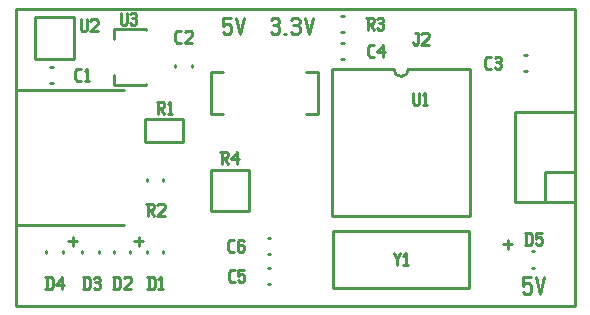
<source format=gbr>
G04 start of page 9 for group -4079 idx -4079 *
G04 Title: (unknown), topsilk *
G04 Creator: pcb 20140316 *
G04 CreationDate: Thu 29 Oct 2015 06:01:01 PM GMT UTC *
G04 For: ndholmes *
G04 Format: Gerber/RS-274X *
G04 PCB-Dimensions (mil): 1875.00 1000.00 *
G04 PCB-Coordinate-Origin: lower left *
%MOIN*%
%FSLAX25Y25*%
%LNTOPSILK*%
%ADD70C,0.0100*%
G54D70*X19500Y23500D02*Y20500D01*
X18000Y22000D02*X21000D01*
X41500Y23500D02*Y20500D01*
X40000Y22000D02*X43000D01*
X500Y500D02*X187000D01*
X164500Y22500D02*Y19500D01*
X163000Y21000D02*X166000D01*
X187000Y500D02*Y99500D01*
X500D01*
Y500D01*
X69500Y96600D02*X72300D01*
X69500D02*Y93800D01*
X70200Y94500D01*
X71600D01*
X72300Y93800D01*
Y91700D01*
X71600Y91000D02*X72300Y91700D01*
X70200Y91000D02*X71600D01*
X69500Y91700D02*X70200Y91000D01*
X73980Y96600D02*X75380Y91000D01*
X76780Y96600D01*
X85500Y95900D02*X86200Y96600D01*
X87600D01*
X88300Y95900D01*
X87600Y91000D02*X88300Y91700D01*
X86200Y91000D02*X87600D01*
X85500Y91700D02*X86200Y91000D01*
Y94080D02*X87600D01*
X88300Y95900D02*Y94780D01*
Y93380D02*Y91700D01*
Y93380D02*X87600Y94080D01*
X88300Y94780D02*X87600Y94080D01*
X89980Y91000D02*X90680D01*
X92360Y95900D02*X93060Y96600D01*
X94460D01*
X95160Y95900D01*
X94460Y91000D02*X95160Y91700D01*
X93060Y91000D02*X94460D01*
X92360Y91700D02*X93060Y91000D01*
Y94080D02*X94460D01*
X95160Y95900D02*Y94780D01*
Y93380D02*Y91700D01*
Y93380D02*X94460Y94080D01*
X95160Y94780D02*X94460Y94080D01*
X96840Y96600D02*X98240Y91000D01*
X99640Y96600D01*
X169500Y10100D02*X172300D01*
X169500D02*Y7300D01*
X170200Y8000D01*
X171600D01*
X172300Y7300D01*
Y5200D01*
X171600Y4500D02*X172300Y5200D01*
X170200Y4500D02*X171600D01*
X169500Y5200D02*X170200Y4500D01*
X173980Y10100D02*X175380Y4500D01*
X176780Y10100D01*
X43701Y62741D02*X56299D01*
Y55259D01*
X43701D01*
Y62741D01*
X65800Y78600D02*Y64400D01*
Y78600D02*X69800D01*
X65800Y64400D02*X69800D01*
X101200Y78600D02*Y64400D01*
Y78600D02*X97200D01*
X101200Y64400D02*X97200D01*
X59255Y80893D02*Y80107D01*
X53745Y80893D02*Y80107D01*
X33271Y74250D02*X43901D01*
X33271Y92750D02*X43901D01*
X33271Y77500D02*Y74250D01*
Y92750D02*Y89500D01*
X43901Y74429D02*Y74250D01*
Y92750D02*Y92571D01*
X7100Y96800D02*Y82900D01*
X19900D01*
Y96800D02*Y82900D01*
X7100Y96800D02*X19900D01*
X12107Y74745D02*X12893D01*
X12107Y80255D02*X12893D01*
X22745Y18893D02*Y18107D01*
X28255Y18893D02*Y18107D01*
X10745Y18893D02*Y18107D01*
X16255Y18893D02*Y18107D01*
X33245Y18893D02*Y18107D01*
X38755Y18893D02*Y18107D01*
X65701Y32110D02*X78299D01*
X65701Y45890D02*Y32110D01*
Y45890D02*X78299D01*
Y32110D01*
X84607Y17745D02*X85393D01*
X84607Y23255D02*X85393D01*
X84607Y7745D02*X85393D01*
X84607Y13255D02*X85393D01*
X44245Y18893D02*Y18107D01*
X49755Y18893D02*Y18107D01*
X44245Y42893D02*Y42107D01*
X49755Y42893D02*Y42107D01*
X500Y72500D02*Y27500D01*
Y72500D02*X36500D01*
X500Y27500D02*X36500D01*
X172607Y13245D02*X173393D01*
X172607Y18755D02*X173393D01*
X187000Y65000D02*Y35000D01*
X167000Y65000D02*X187000D01*
X167000D02*Y35000D01*
X187000D01*
X177000Y45000D02*X187000D01*
X177000D02*Y35000D01*
X170107Y84255D02*X170893D01*
X170107Y78745D02*X170893D01*
X106000Y79500D02*Y30500D01*
X152000D01*
Y79500D01*
X106000D02*X126500D01*
X152000D02*X131500D01*
X126500D02*G75*G03X131500Y79500I2500J0D01*G01*
X106362Y6650D02*X151638D01*
X106362Y25350D02*Y6650D01*
Y25350D02*X151638D01*
Y6650D01*
X109107Y97255D02*X109893D01*
X109107Y91745D02*X109893D01*
X109107Y88255D02*X109893D01*
X109107Y82745D02*X109893D01*
X68676Y51850D02*X70676D01*
X71176Y51350D01*
Y50350D01*
X70676Y49850D02*X71176Y50350D01*
X69176Y49850D02*X70676D01*
X69176Y51850D02*Y47850D01*
X69976Y49850D02*X71176Y47850D01*
X72376Y49350D02*X74376Y51850D01*
X72376Y49350D02*X74876D01*
X74376Y51850D02*Y47850D01*
X47500Y68500D02*X49500D01*
X50000Y68000D01*
Y67000D01*
X49500Y66500D02*X50000Y67000D01*
X48000Y66500D02*X49500D01*
X48000Y68500D02*Y64500D01*
X48800Y66500D02*X50000Y64500D01*
X51200Y67700D02*X52000Y68500D01*
Y64500D01*
X51200D02*X52700D01*
X72050Y18650D02*X73350D01*
X71350Y19350D02*X72050Y18650D01*
X71350Y21950D02*Y19350D01*
Y21950D02*X72050Y22650D01*
X73350D01*
X76050D02*X76550Y22150D01*
X75050Y22650D02*X76050D01*
X74550Y22150D02*X75050Y22650D01*
X74550Y22150D02*Y19150D01*
X75050Y18650D01*
X76050Y20850D02*X76550Y20350D01*
X74550Y20850D02*X76050D01*
X75050Y18650D02*X76050D01*
X76550Y19150D01*
Y20350D02*Y19150D01*
X72269Y8500D02*X73569D01*
X71569Y9200D02*X72269Y8500D01*
X71569Y11800D02*Y9200D01*
Y11800D02*X72269Y12500D01*
X73569D01*
X74769D02*X76769D01*
X74769D02*Y10500D01*
X75269Y11000D01*
X76269D01*
X76769Y10500D01*
Y9000D01*
X76269Y8500D02*X76769Y9000D01*
X75269Y8500D02*X76269D01*
X74769Y9000D02*X75269Y8500D01*
X43983Y34500D02*X45983D01*
X46483Y34000D01*
Y33000D01*
X45983Y32500D02*X46483Y33000D01*
X44483Y32500D02*X45983D01*
X44483Y34500D02*Y30500D01*
X45283Y32500D02*X46483Y30500D01*
X47683Y34000D02*X48183Y34500D01*
X49683D01*
X50183Y34000D01*
Y33000D01*
X47683Y30500D02*X50183Y33000D01*
X47683Y30500D02*X50183D01*
X35492Y98176D02*Y94676D01*
X35992Y94176D01*
X36992D01*
X37492Y94676D01*
Y98176D02*Y94676D01*
X38692Y97676D02*X39192Y98176D01*
X40192D01*
X40692Y97676D01*
X40192Y94176D02*X40692Y94676D01*
X39192Y94176D02*X40192D01*
X38692Y94676D02*X39192Y94176D01*
Y96376D02*X40192D01*
X40692Y97676D02*Y96876D01*
Y95876D02*Y94676D01*
Y95876D02*X40192Y96376D01*
X40692Y96876D02*X40192Y96376D01*
X117350Y96650D02*X119350D01*
X119850Y96150D01*
Y95150D01*
X119350Y94650D02*X119850Y95150D01*
X117850Y94650D02*X119350D01*
X117850Y96650D02*Y92650D01*
X118650Y94650D02*X119850Y92650D01*
X121050Y96150D02*X121550Y96650D01*
X122550D01*
X123050Y96150D01*
X122550Y92650D02*X123050Y93150D01*
X121550Y92650D02*X122550D01*
X121050Y93150D02*X121550Y92650D01*
Y94850D02*X122550D01*
X123050Y96150D02*Y95350D01*
Y94350D02*Y93150D01*
Y94350D02*X122550Y94850D01*
X123050Y95350D02*X122550Y94850D01*
X22200Y96100D02*Y92600D01*
X22700Y92100D01*
X23700D01*
X24200Y92600D01*
Y96100D02*Y92600D01*
X25400Y95600D02*X25900Y96100D01*
X27400D01*
X27900Y95600D01*
Y94600D01*
X25400Y92100D02*X27900Y94600D01*
X25400Y92100D02*X27900D01*
X21050Y75650D02*X22350D01*
X20350Y76350D02*X21050Y75650D01*
X20350Y78950D02*Y76350D01*
Y78950D02*X21050Y79650D01*
X22350D01*
X23550Y78850D02*X24350Y79650D01*
Y75650D01*
X23550D02*X25050D01*
X54417Y88300D02*X55717D01*
X53717Y89000D02*X54417Y88300D01*
X53717Y91600D02*Y89000D01*
Y91600D02*X54417Y92300D01*
X55717D01*
X56917Y91800D02*X57417Y92300D01*
X58917D01*
X59417Y91800D01*
Y90800D01*
X56917Y88300D02*X59417Y90800D01*
X56917Y88300D02*X59417D01*
X23350Y10150D02*Y6150D01*
X24650Y10150D02*X25350Y9450D01*
Y6850D01*
X24650Y6150D02*X25350Y6850D01*
X22850Y6150D02*X24650D01*
X22850Y10150D02*X24650D01*
X26550Y9650D02*X27050Y10150D01*
X28050D01*
X28550Y9650D01*
X28050Y6150D02*X28550Y6650D01*
X27050Y6150D02*X28050D01*
X26550Y6650D02*X27050Y6150D01*
Y8350D02*X28050D01*
X28550Y9650D02*Y8850D01*
Y7850D02*Y6650D01*
Y7850D02*X28050Y8350D01*
X28550Y8850D02*X28050Y8350D01*
X10850Y10150D02*Y6150D01*
X12150Y10150D02*X12850Y9450D01*
Y6850D01*
X12150Y6150D02*X12850Y6850D01*
X10350Y6150D02*X12150D01*
X10350Y10150D02*X12150D01*
X14050Y7650D02*X16050Y10150D01*
X14050Y7650D02*X16550D01*
X16050Y10150D02*Y6150D01*
X33393Y10193D02*Y6193D01*
X34693Y10193D02*X35393Y9493D01*
Y6893D01*
X34693Y6193D02*X35393Y6893D01*
X32893Y6193D02*X34693D01*
X32893Y10193D02*X34693D01*
X36593Y9693D02*X37093Y10193D01*
X38593D01*
X39093Y9693D01*
Y8693D01*
X36593Y6193D02*X39093Y8693D01*
X36593Y6193D02*X39093D01*
X44893Y10193D02*Y6193D01*
X46193Y10193D02*X46893Y9493D01*
Y6893D01*
X46193Y6193D02*X46893Y6893D01*
X44393Y6193D02*X46193D01*
X44393Y10193D02*X46193D01*
X48093Y9393D02*X48893Y10193D01*
Y6193D01*
X48093D02*X49593D01*
X170676Y24850D02*Y20850D01*
X171976Y24850D02*X172676Y24150D01*
Y21550D01*
X171976Y20850D02*X172676Y21550D01*
X170176Y20850D02*X171976D01*
X170176Y24850D02*X171976D01*
X173876D02*X175876D01*
X173876D02*Y22850D01*
X174376Y23350D01*
X175376D01*
X175876Y22850D01*
Y21350D01*
X175376Y20850D02*X175876Y21350D01*
X174376Y20850D02*X175376D01*
X173876Y21350D02*X174376Y20850D01*
X126500Y18000D02*X127500Y16000D01*
X128500Y18000D01*
X127500Y16000D02*Y14000D01*
X129700Y17200D02*X130500Y18000D01*
Y14000D01*
X129700D02*X131200D01*
X133700Y91500D02*X134500D01*
Y88000D01*
X134000Y87500D02*X134500Y88000D01*
X133500Y87500D02*X134000D01*
X133000Y88000D02*X133500Y87500D01*
X133000Y88500D02*Y88000D01*
X135700Y91000D02*X136200Y91500D01*
X137700D01*
X138200Y91000D01*
Y90000D01*
X135700Y87500D02*X138200Y90000D01*
X135700Y87500D02*X138200D01*
X133000Y71500D02*Y68000D01*
X133500Y67500D01*
X134500D01*
X135000Y68000D01*
Y71500D02*Y68000D01*
X136200Y70700D02*X137000Y71500D01*
Y67500D01*
X136200D02*X137700D01*
X118550Y83650D02*X119850D01*
X117850Y84350D02*X118550Y83650D01*
X117850Y86950D02*Y84350D01*
Y86950D02*X118550Y87650D01*
X119850D01*
X121050Y85150D02*X123050Y87650D01*
X121050Y85150D02*X123550D01*
X123050Y87650D02*Y83650D01*
X157769Y79500D02*X159069D01*
X157069Y80200D02*X157769Y79500D01*
X157069Y82800D02*Y80200D01*
Y82800D02*X157769Y83500D01*
X159069D01*
X160269Y83000D02*X160769Y83500D01*
X161769D01*
X162269Y83000D01*
X161769Y79500D02*X162269Y80000D01*
X160769Y79500D02*X161769D01*
X160269Y80000D02*X160769Y79500D01*
Y81700D02*X161769D01*
X162269Y83000D02*Y82200D01*
Y81200D02*Y80000D01*
Y81200D02*X161769Y81700D01*
X162269Y82200D02*X161769Y81700D01*
M02*

</source>
